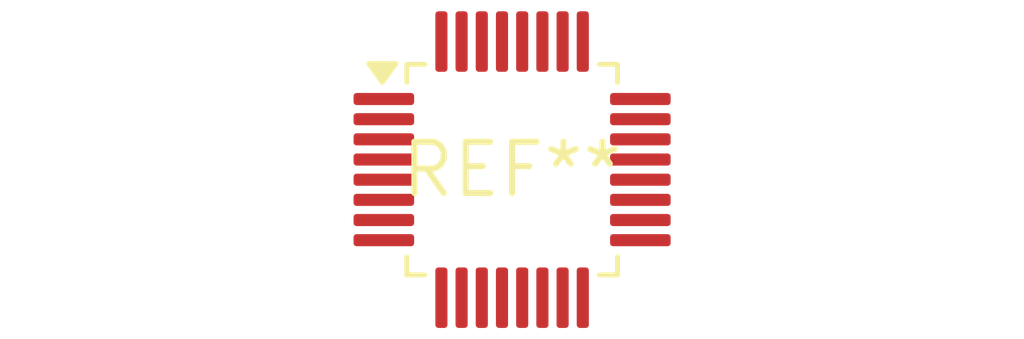
<source format=kicad_pcb>
(kicad_pcb (version 20240108) (generator pcbnew)
  (layers (0 "F.Cu" signal) (31 "B.Cu" signal) (34 "B.Paste" user) (35 "F.Paste" user) (36 "B.SilkS" user "B.Silkscreen") (37 "F.SilkS" user "F.Silkscreen") (38 "B.Mask" user) (39 "F.Mask" user) (44 "Edge.Cuts" user))
  (net 0 "")
  (footprint "LQFP-32_5x5mm_P0.5mm" (layer "F.Cu") (at 0 0)
    (property "Reference" "REF**")
    (property "Value" "LQFP-32_5x5mm_P0.5mm")
    (fp_line (start -2.61 -2.61) (end -2.61 -2.16) (layer "F.SilkS") (stroke (width 0.12)))
    (fp_line (start -2.61 2.61) (end -2.61 2.16) (layer "F.SilkS") (stroke (width 0.12)))
    (fp_line (start -2.16 -2.61) (end -2.61 -2.61) (layer "F.SilkS") (stroke (width 0.12)))
    (fp_line (start -2.16 2.61) (end -2.61 2.61) (layer "F.SilkS") (stroke (width 0.12)))
    (fp_line (start 2.16 -2.61) (end 2.61 -2.61) (layer "F.SilkS") (stroke (width 0.12)))
    (fp_line (start 2.16 2.61) (end 2.61 2.61) (layer "F.SilkS") (stroke (width 0.12)))
    (fp_line (start 2.61 -2.61) (end 2.61 -2.16) (layer "F.SilkS") (stroke (width 0.12)))
    (fp_line (start 2.61 2.61) (end 2.61 2.16) (layer "F.SilkS") (stroke (width 0.12)))
    (fp_poly (pts (xy -3.2125 -2.16) (xy -3.5525 -2.63) (xy -2.8725 -2.63) (xy -3.2125 -2.16)) (layer "F.SilkS") (stroke (width 0.12)) (fill solid))
    (pad "1" smd roundrect (at -3.175 -1.75) (size 1.5 0.3) (layers "F.Cu" "F.Paste" "F.Mask"))
    (pad "2" smd roundrect (at -3.175 -1.25) (size 1.5 0.3) (layers "F.Cu" "F.Paste" "F.Mask"))
    (pad "3" smd roundrect (at -3.175 -0.75) (size 1.5 0.3) (layers "F.Cu" "F.Paste" "F.Mask"))
    (pad "4" smd roundrect (at -3.175 -0.25) (size 1.5 0.3) (layers "F.Cu" "F.Paste" "F.Mask"))
    (pad "5" smd roundrect (at -3.175 0.25) (size 1.5 0.3) (layers "F.Cu" "F.Paste" "F.Mask"))
    (pad "6" smd roundrect (at -3.175 0.75) (size 1.5 0.3) (layers "F.Cu" "F.Paste" "F.Mask"))
    (pad "7" smd roundrect (at -3.175 1.25) (size 1.5 0.3) (layers "F.Cu" "F.Paste" "F.Mask"))
    (pad "8" smd roundrect (at -3.175 1.75) (size 1.5 0.3) (layers "F.Cu" "F.Paste" "F.Mask"))
    (pad "9" smd roundrect (at -1.75 3.175) (size 0.3 1.5) (layers "F.Cu" "F.Paste" "F.Mask"))
    (pad "10" smd roundrect (at -1.25 3.175) (size 0.3 1.5) (layers "F.Cu" "F.Paste" "F.Mask"))
    (pad "11" smd roundrect (at -0.75 3.175) (size 0.3 1.5) (layers "F.Cu" "F.Paste" "F.Mask"))
    (pad "12" smd roundrect (at -0.25 3.175) (size 0.3 1.5) (layers "F.Cu" "F.Paste" "F.Mask"))
    (pad "13" smd roundrect (at 0.25 3.175) (size 0.3 1.5) (layers "F.Cu" "F.Paste" "F.Mask"))
    (pad "14" smd roundrect (at 0.75 3.175) (size 0.3 1.5) (layers "F.Cu" "F.Paste" "F.Mask"))
    (pad "15" smd roundrect (at 1.25 3.175) (size 0.3 1.5) (layers "F.Cu" "F.Paste" "F.Mask"))
    (pad "16" smd roundrect (at 1.75 3.175) (size 0.3 1.5) (layers "F.Cu" "F.Paste" "F.Mask"))
    (pad "17" smd roundrect (at 3.175 1.75) (size 1.5 0.3) (layers "F.Cu" "F.Paste" "F.Mask"))
    (pad "18" smd roundrect (at 3.175 1.25) (size 1.5 0.3) (layers "F.Cu" "F.Paste" "F.Mask"))
    (pad "19" smd roundrect (at 3.175 0.75) (size 1.5 0.3) (layers "F.Cu" "F.Paste" "F.Mask"))
    (pad "20" smd roundrect (at 3.175 0.25) (size 1.5 0.3) (layers "F.Cu" "F.Paste" "F.Mask"))
    (pad "21" smd roundrect (at 3.175 -0.25) (size 1.5 0.3) (layers "F.Cu" "F.Paste" "F.Mask"))
    (pad "22" smd roundrect (at 3.175 -0.75) (size 1.5 0.3) (layers "F.Cu" "F.Paste" "F.Mask"))
    (pad "23" smd roundrect (at 3.175 -1.25) (size 1.5 0.3) (layers "F.Cu" "F.Paste" "F.Mask"))
    (pad "24" smd roundrect (at 3.175 -1.75) (size 1.5 0.3) (layers "F.Cu" "F.Paste" "F.Mask"))
    (pad "25" smd roundrect (at 1.75 -3.175) (size 0.3 1.5) (layers "F.Cu" "F.Paste" "F.Mask"))
    (pad "26" smd roundrect (at 1.25 -3.175) (size 0.3 1.5) (layers "F.Cu" "F.Paste" "F.Mask"))
    (pad "27" smd roundrect (at 0.75 -3.175) (size 0.3 1.5) (layers "F.Cu" "F.Paste" "F.Mask"))
    (pad "28" smd roundrect (at 0.25 -3.175) (size 0.3 1.5) (layers "F.Cu" "F.Paste" "F.Mask"))
    (pad "29" smd roundrect (at -0.25 -3.175) (size 0.3 1.5) (layers "F.Cu" "F.Paste" "F.Mask"))
    (pad "30" smd roundrect (at -0.75 -3.175) (size 0.3 1.5) (layers "F.Cu" "F.Paste" "F.Mask"))
    (pad "31" smd roundrect (at -1.25 -3.175) (size 0.3 1.5) (layers "F.Cu" "F.Paste" "F.Mask"))
    (pad "32" smd roundrect (at -1.75 -3.175) (size 0.3 1.5) (layers "F.Cu" "F.Paste" "F.Mask"))
  )
)
</source>
